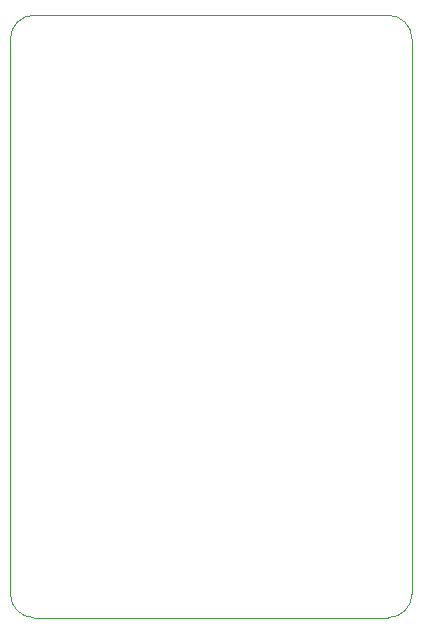
<source format=gbr>
%TF.GenerationSoftware,KiCad,Pcbnew,8.0.4*%
%TF.CreationDate,2026-02-03T00:17:50+01:00*%
%TF.ProjectId,bob,626f622e-6b69-4636-9164-5f7063625858,rev?*%
%TF.SameCoordinates,Original*%
%TF.FileFunction,Profile,NP*%
%FSLAX46Y46*%
G04 Gerber Fmt 4.6, Leading zero omitted, Abs format (unit mm)*
G04 Created by KiCad (PCBNEW 8.0.4) date 2026-02-03 00:17:50*
%MOMM*%
%LPD*%
G01*
G04 APERTURE LIST*
%TA.AperFunction,Profile*%
%ADD10C,0.050000*%
%TD*%
G04 APERTURE END LIST*
D10*
X67500000Y-79500000D02*
X97500000Y-79500000D01*
X65500000Y-30500000D02*
X65500000Y-77500000D01*
X97500000Y-28500000D02*
X67500000Y-28500000D01*
X99500000Y-77500000D02*
X99500000Y-30500000D01*
X99500000Y-77500000D02*
G75*
G02*
X97500000Y-79500000I-2000000J0D01*
G01*
X67500000Y-79500000D02*
G75*
G02*
X65500000Y-77500000I0J2000000D01*
G01*
X65500000Y-30500000D02*
G75*
G02*
X67500000Y-28500000I2000000J0D01*
G01*
X97500000Y-28500000D02*
G75*
G02*
X99500000Y-30500000I0J-2000000D01*
G01*
M02*

</source>
